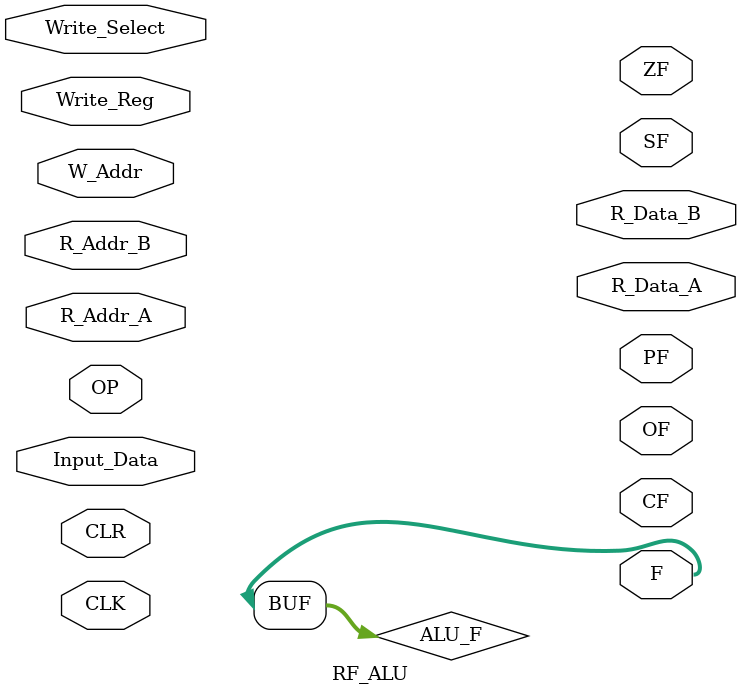
<source format=v>
`timescale 1ns / 1ps
module RF_ALU(
     CLK,CLR,Write_Reg,Write_Select,//¿ØÖÆÐÅºÅ       
     R_Addr_A,R_Addr_B,W_Addr,//¶ÁÐ´µØÖ·        
     Input_Data,R_Data_A,R_Data_B,//Êý¾ÝIO        
     OP,ZF,CF,OF,SF,PF,F//ALUÔËËã
);
    parameter ADDR = 5;//µØÖ·Î»¿í
    parameter SIZE = 32;//Êý¾ÝÎ»¿í        //¼Ä´æÆ÷¶Ñ
    input CLK, CLR;//Ð´ÈëÊ±ÖÓÐÅºÅ, ÇåÁãÐÅºÅ
    input Write_Reg;//Ð´¿ØÖÆÐÅºÅ
    input [ADDR-1:0]R_Addr_A;//A¶Á¶Ë¿Ú¼Ä´æÆ÷µØÖ·
    input [ADDR-1:0]R_Addr_B;//B¶Á¶Ë¿Ú¼Ä´æÆ÷µØÖ·
    input [ADDR-1:0]W_Addr;//Ð´¼Ä´æÆ÷µØÖ·
    input [SIZE-1:0]Input_Data;//Íâ²¿ÊäÈëÊý¾Ý
    output [SIZE-1:0]R_Data_A;//A¶Ë¿Ú¶Á³öÊý¾Ý
    output [SIZE-1:0]R_Data_B;//B¶Ë¿Ú¶Á³öÊý¾Ý        //ALU   
    input [3:0] OP;//ÔËËã·û±àÂë    
    output ZF,//Áã±êÖ¾ 
            CF,//½ø½èÎ»±êÖ¾(Ö»¶ÔÎÞ·ûºÅÊýÔËËãÓÐÒâÒå)
            OF,//Òç³ö±êÖ¾(Ö»¶ÔÓÐ·ûºÅÊýÔËËãÓÐÒâÒå) 
            SF,//·ûºÅ±êÖ¾(Ö»¶ÔÓÐ·ûºÅÊýÔËËãÓÐÒâÒå)
            PF;//ÆæÅ¼±êÖ¾    
   output [SIZE-1:0] F;//ÔËËã½á¹ûF
   input Write_Select;//Ð´ÈëÊý¾ÝÑ¡ÔñÐÅºÅ
   wire [SIZE-1:0]ALU_F;//ALUÔËËã½á¹ûÖÐ¼ä±äÁ¿
   wire [SIZE-1:0]W_Data;//Ð´ÈëÊý¾Ý     //Write_Select¸ßµçÆ½ÔòÐ´Íâ²¿ÊäÈë£¬·ñÔòÐ´ÔËËã½á¹û
   
   begin
   assign W_Data = Write_Select ? Input_Data : ALU_F;
   assign F = ALU_F;
   end
   
//    RegFile RF_Test(        //ÊäÈë        
//        .CLK(CLK),//Ê±ÖÓÐÅºÅ        
//        .CLR(CLR),//ÇåÁãÐÅºÅ        
//        .W_Reg_Ctr(Write_Reg),//Ð´Èë¿ØÖÆ        
//        .R_Reg_Addr_A(R_Addr_A),//A¶Ë¿Ú¶ÁµØÖ·       
//         .R_Reg_Addr_B(R_Addr_B),//B¶Ë¿Ú¶ÁµØÖ·        
//        .W_Reg_Addr(W_Addr),//Ð´ÈëµØÖ·       
//         .W_Reg_Data(W_Data),//Ð´ÈëÊý¾Ý, ÓÉÍâ²¿»òALUÊäÈë                //Êä³ö        
//        .R_Reg_Data_A(R_Data_A),//A¶Ë¿Ú¶Á³öÊý¾Ý        
//        .R_Reg_Data_B(R_Data_B)//B¶Ë¿Ú¶Á³öÊý¾Ý    
//    );              //ÊµÀý»¯ALUÄ£¿é    
     
//    ALU ALU_Test(    //ÊäÈë        
//        .OP(OP),//ÔËËã·û                
//        .A(R_Data_A),//´Ó¼Ä´æÆ÷¶ÁA²Ù×÷Êý       
//        .B(R_Data_B),//´Ó¼Ä´æÆ÷¶ÁB²Ù×÷Êý       
//        .F(ALU_F),//ALU_F×÷ÎªÖÐ¼ä±äÁ¿ÔÝ´æÔËËã½á¹û£¬ÓëInput_DataÑ¡ÔñÊäÈë¼Ä´æÆ÷                //Êä³ö       
//        .ZF(ZF),//Áã±êÖ¾       
//        .CF(CF),//½ø½èÎ»±êÖ¾(Ö»¶ÔÎÞ·ûºÅÊýÔËËãÓÐÒâÒå)        
//        .OF(OF),//Òç³ö±êÖ¾(Ö»¶ÔÓÐ·ûºÅÊýÔËËãÓÐÒâÒå)        
//        .SF(SF),//·ûºÅ±êÖ¾(Ö»¶ÔÓÐ·ûºÅÊýÔËËãÓÐÒâÒå)       
//        .PF(PF)//ÆæÅ¼±êÖ¾    
//    );

endmodule

</source>
